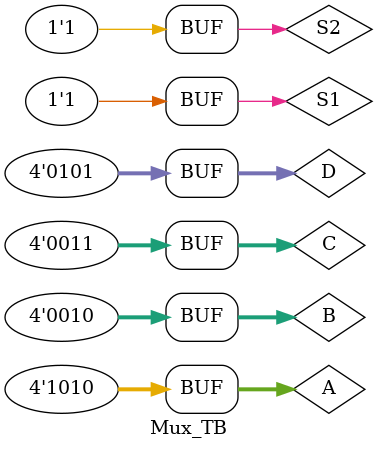
<source format=v>
`timescale 1ns / 1ps

module Mux_TB();
    reg S1;
    reg S2;
    reg [3:0] A;
    reg [3:0] B;
    reg [3:0] C;
    reg [3:0] D;
    wire [3:0] O;
    mux_4_1 Il(S1, S2, A, B, C, D, O);
    
    initial
    begin
    #50 S2 = 1'b0;S1 = 1'b0; A = 4'b1010;B = 4'b0010;C = 4'b0011;D = 4'b0101;
    #50 S2 = 1'b0;S1 = 1'b1; A = 4'b1010;B = 4'b0010;C = 4'b0011;D = 4'b0101;
    #50 S2 = 1'b1;S1 = 1'b0; A = 4'b1010;B = 4'b0010;C = 4'b0011;D = 4'b0101;
    #50 S2 = 1'b1;S1 = 1'b1; A = 4'b1010;B = 4'b0010;C = 4'b0011;D = 4'b0101;
    end
endmodule

</source>
